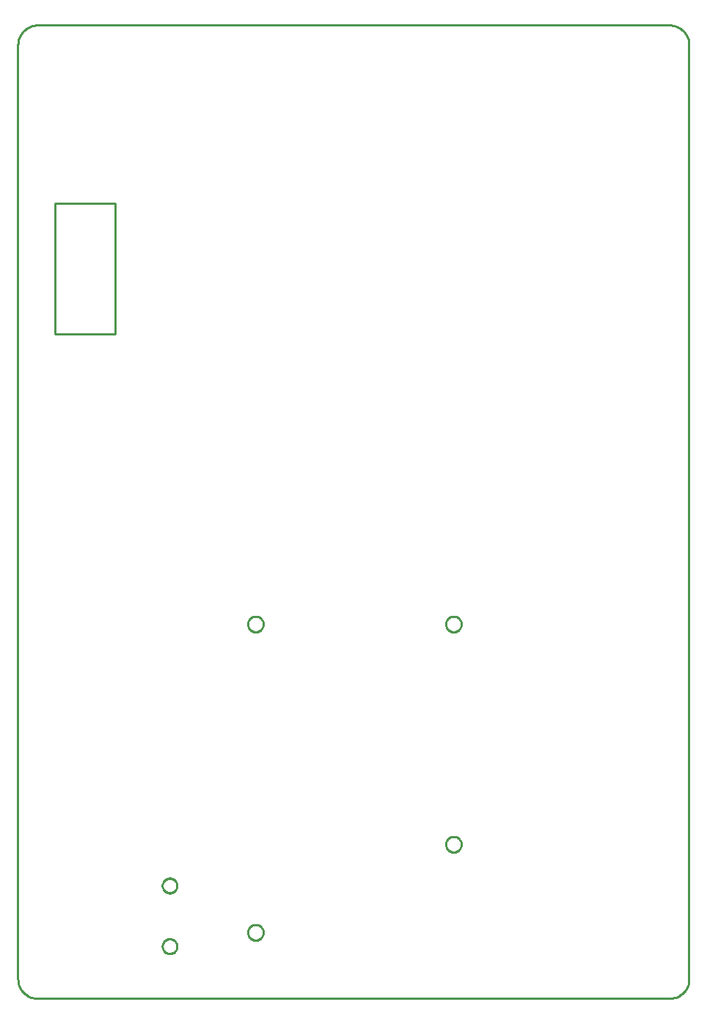
<source format=gbr>
G04 EAGLE Gerber RS-274X export*
G75*
%MOMM*%
%FSLAX34Y34*%
%LPD*%
%IN*%
%IPPOS*%
%AMOC8*
5,1,8,0,0,1.08239X$1,22.5*%
G01*
%ADD10C,0.254000*%


D10*
X-2540Y22860D02*
X-2453Y20868D01*
X-2193Y18890D01*
X-1761Y16943D01*
X-1161Y15041D01*
X-398Y13199D01*
X523Y11430D01*
X1594Y9748D01*
X2808Y8166D01*
X4156Y6696D01*
X5626Y5348D01*
X7208Y4134D01*
X8890Y3063D01*
X10659Y2142D01*
X12501Y1379D01*
X14403Y779D01*
X16350Y347D01*
X18328Y87D01*
X20320Y0D01*
X749300Y0D01*
X751292Y87D01*
X753270Y347D01*
X755217Y779D01*
X757119Y1379D01*
X758961Y2142D01*
X760730Y3063D01*
X762412Y4134D01*
X763994Y5348D01*
X765464Y6696D01*
X766812Y8166D01*
X768026Y9748D01*
X769097Y11430D01*
X770018Y13199D01*
X770781Y15041D01*
X771381Y16943D01*
X771813Y18890D01*
X772073Y20868D01*
X772160Y22860D01*
X772160Y1099820D01*
X772073Y1101812D01*
X771813Y1103790D01*
X771381Y1105737D01*
X770781Y1107639D01*
X770018Y1109481D01*
X769097Y1111250D01*
X768026Y1112932D01*
X766812Y1114514D01*
X765464Y1115984D01*
X763994Y1117332D01*
X762412Y1118546D01*
X760730Y1119617D01*
X758961Y1120538D01*
X757119Y1121301D01*
X755217Y1121901D01*
X753270Y1122333D01*
X751292Y1122593D01*
X749300Y1122680D01*
X20320Y1122680D01*
X18328Y1122593D01*
X16350Y1122333D01*
X14403Y1121901D01*
X12501Y1121301D01*
X10659Y1120538D01*
X8890Y1119617D01*
X7208Y1118546D01*
X5626Y1117332D01*
X4156Y1115984D01*
X2808Y1114514D01*
X1594Y1112932D01*
X523Y1111250D01*
X-398Y1109481D01*
X-1161Y1107639D01*
X-1761Y1105737D01*
X-2193Y1103790D01*
X-2453Y1101812D01*
X-2540Y1099820D01*
X-2540Y22860D01*
X40000Y766800D02*
X110000Y766800D01*
X110000Y916800D01*
X40000Y916800D01*
X40000Y766800D01*
X40000Y766800D02*
X110000Y766800D01*
X110000Y916800D01*
X40000Y916800D01*
X40000Y766800D01*
X499987Y186800D02*
X499204Y186732D01*
X498430Y186595D01*
X497671Y186392D01*
X496933Y186123D01*
X496220Y185791D01*
X495540Y185398D01*
X494896Y184947D01*
X494294Y184442D01*
X493738Y183886D01*
X493233Y183284D01*
X492782Y182640D01*
X492389Y181960D01*
X492057Y181247D01*
X491788Y180509D01*
X491585Y179750D01*
X491449Y178976D01*
X491380Y178193D01*
X491380Y177407D01*
X491449Y176624D01*
X491585Y175850D01*
X491788Y175091D01*
X492057Y174353D01*
X492389Y173640D01*
X492782Y172960D01*
X493233Y172316D01*
X493738Y171714D01*
X494294Y171158D01*
X494896Y170653D01*
X495540Y170202D01*
X496220Y169809D01*
X496933Y169477D01*
X497671Y169208D01*
X498430Y169005D01*
X499204Y168869D01*
X499987Y168800D01*
X500773Y168800D01*
X501556Y168869D01*
X502330Y169005D01*
X503089Y169208D01*
X503827Y169477D01*
X504540Y169809D01*
X505220Y170202D01*
X505864Y170653D01*
X506466Y171158D01*
X507022Y171714D01*
X507527Y172316D01*
X507978Y172960D01*
X508371Y173640D01*
X508703Y174353D01*
X508972Y175091D01*
X509175Y175850D01*
X509312Y176624D01*
X509380Y177407D01*
X509380Y178193D01*
X509312Y178976D01*
X509175Y179750D01*
X508972Y180509D01*
X508703Y181247D01*
X508371Y181960D01*
X507978Y182640D01*
X507527Y183284D01*
X507022Y183886D01*
X506466Y184442D01*
X505864Y184947D01*
X505220Y185398D01*
X504540Y185791D01*
X503827Y186123D01*
X503089Y186392D01*
X502330Y186595D01*
X501556Y186732D01*
X500773Y186800D01*
X499987Y186800D01*
X499987Y440800D02*
X499204Y440732D01*
X498430Y440595D01*
X497671Y440392D01*
X496933Y440123D01*
X496220Y439791D01*
X495540Y439398D01*
X494896Y438947D01*
X494294Y438442D01*
X493738Y437886D01*
X493233Y437284D01*
X492782Y436640D01*
X492389Y435960D01*
X492057Y435247D01*
X491788Y434509D01*
X491585Y433750D01*
X491449Y432976D01*
X491380Y432193D01*
X491380Y431407D01*
X491449Y430624D01*
X491585Y429850D01*
X491788Y429091D01*
X492057Y428353D01*
X492389Y427640D01*
X492782Y426960D01*
X493233Y426316D01*
X493738Y425714D01*
X494294Y425158D01*
X494896Y424653D01*
X495540Y424202D01*
X496220Y423809D01*
X496933Y423477D01*
X497671Y423208D01*
X498430Y423005D01*
X499204Y422869D01*
X499987Y422800D01*
X500773Y422800D01*
X501556Y422869D01*
X502330Y423005D01*
X503089Y423208D01*
X503827Y423477D01*
X504540Y423809D01*
X505220Y424202D01*
X505864Y424653D01*
X506466Y425158D01*
X507022Y425714D01*
X507527Y426316D01*
X507978Y426960D01*
X508371Y427640D01*
X508703Y428353D01*
X508972Y429091D01*
X509175Y429850D01*
X509312Y430624D01*
X509380Y431407D01*
X509380Y432193D01*
X509312Y432976D01*
X509175Y433750D01*
X508972Y434509D01*
X508703Y435247D01*
X508371Y435960D01*
X507978Y436640D01*
X507527Y437284D01*
X507022Y437886D01*
X506466Y438442D01*
X505864Y438947D01*
X505220Y439398D01*
X504540Y439791D01*
X503827Y440123D01*
X503089Y440392D01*
X502330Y440595D01*
X501556Y440732D01*
X500773Y440800D01*
X499987Y440800D01*
X271387Y85200D02*
X270604Y85132D01*
X269830Y84995D01*
X269071Y84792D01*
X268333Y84523D01*
X267620Y84191D01*
X266940Y83798D01*
X266296Y83347D01*
X265694Y82842D01*
X265138Y82286D01*
X264633Y81684D01*
X264182Y81040D01*
X263789Y80360D01*
X263457Y79647D01*
X263188Y78909D01*
X262985Y78150D01*
X262849Y77376D01*
X262780Y76593D01*
X262780Y75807D01*
X262849Y75024D01*
X262985Y74250D01*
X263188Y73491D01*
X263457Y72753D01*
X263789Y72040D01*
X264182Y71360D01*
X264633Y70716D01*
X265138Y70114D01*
X265694Y69558D01*
X266296Y69053D01*
X266940Y68602D01*
X267620Y68209D01*
X268333Y67877D01*
X269071Y67608D01*
X269830Y67405D01*
X270604Y67269D01*
X271387Y67200D01*
X272173Y67200D01*
X272956Y67269D01*
X273730Y67405D01*
X274489Y67608D01*
X275227Y67877D01*
X275940Y68209D01*
X276620Y68602D01*
X277264Y69053D01*
X277866Y69558D01*
X278422Y70114D01*
X278927Y70716D01*
X279378Y71360D01*
X279771Y72040D01*
X280103Y72753D01*
X280372Y73491D01*
X280575Y74250D01*
X280712Y75024D01*
X280780Y75807D01*
X280780Y76593D01*
X280712Y77376D01*
X280575Y78150D01*
X280372Y78909D01*
X280103Y79647D01*
X279771Y80360D01*
X279378Y81040D01*
X278927Y81684D01*
X278422Y82286D01*
X277866Y82842D01*
X277264Y83347D01*
X276620Y83798D01*
X275940Y84191D01*
X275227Y84523D01*
X274489Y84792D01*
X273730Y84995D01*
X272956Y85132D01*
X272173Y85200D01*
X271387Y85200D01*
X271387Y440800D02*
X270604Y440732D01*
X269830Y440595D01*
X269071Y440392D01*
X268333Y440123D01*
X267620Y439791D01*
X266940Y439398D01*
X266296Y438947D01*
X265694Y438442D01*
X265138Y437886D01*
X264633Y437284D01*
X264182Y436640D01*
X263789Y435960D01*
X263457Y435247D01*
X263188Y434509D01*
X262985Y433750D01*
X262849Y432976D01*
X262780Y432193D01*
X262780Y431407D01*
X262849Y430624D01*
X262985Y429850D01*
X263188Y429091D01*
X263457Y428353D01*
X263789Y427640D01*
X264182Y426960D01*
X264633Y426316D01*
X265138Y425714D01*
X265694Y425158D01*
X266296Y424653D01*
X266940Y424202D01*
X267620Y423809D01*
X268333Y423477D01*
X269071Y423208D01*
X269830Y423005D01*
X270604Y422869D01*
X271387Y422800D01*
X272173Y422800D01*
X272956Y422869D01*
X273730Y423005D01*
X274489Y423208D01*
X275227Y423477D01*
X275940Y423809D01*
X276620Y424202D01*
X277264Y424653D01*
X277866Y425158D01*
X278422Y425714D01*
X278927Y426316D01*
X279378Y426960D01*
X279771Y427640D01*
X280103Y428353D01*
X280372Y429091D01*
X280575Y429850D01*
X280712Y430624D01*
X280780Y431407D01*
X280780Y432193D01*
X280712Y432976D01*
X280575Y433750D01*
X280372Y434509D01*
X280103Y435247D01*
X279771Y435960D01*
X279378Y436640D01*
X278927Y437284D01*
X278422Y437886D01*
X277866Y438442D01*
X277264Y438947D01*
X276620Y439398D01*
X275940Y439791D01*
X275227Y440123D01*
X274489Y440392D01*
X273730Y440595D01*
X272956Y440732D01*
X272173Y440800D01*
X271387Y440800D01*
X172349Y68710D02*
X171609Y68645D01*
X170879Y68516D01*
X170162Y68324D01*
X169464Y68070D01*
X168791Y67757D01*
X168149Y67386D01*
X167541Y66960D01*
X166972Y66483D01*
X166447Y65958D01*
X165970Y65389D01*
X165544Y64781D01*
X165173Y64139D01*
X164860Y63466D01*
X164606Y62768D01*
X164414Y62052D01*
X164285Y61321D01*
X164220Y60581D01*
X164220Y59839D01*
X164285Y59099D01*
X164414Y58369D01*
X164606Y57652D01*
X164860Y56954D01*
X165173Y56281D01*
X165544Y55639D01*
X165970Y55031D01*
X166447Y54462D01*
X166972Y53937D01*
X167541Y53460D01*
X168149Y53034D01*
X168791Y52663D01*
X169464Y52350D01*
X170162Y52096D01*
X170879Y51904D01*
X171609Y51775D01*
X172349Y51710D01*
X173091Y51710D01*
X173831Y51775D01*
X174562Y51904D01*
X175278Y52096D01*
X175976Y52350D01*
X176649Y52663D01*
X177291Y53034D01*
X177899Y53460D01*
X178468Y53937D01*
X178993Y54462D01*
X179470Y55031D01*
X179896Y55639D01*
X180267Y56281D01*
X180580Y56954D01*
X180834Y57652D01*
X181026Y58369D01*
X181155Y59099D01*
X181220Y59839D01*
X181220Y60581D01*
X181155Y61321D01*
X181026Y62052D01*
X180834Y62768D01*
X180580Y63466D01*
X180267Y64139D01*
X179896Y64781D01*
X179470Y65389D01*
X178993Y65958D01*
X178468Y66483D01*
X177899Y66960D01*
X177291Y67386D01*
X176649Y67757D01*
X175976Y68070D01*
X175278Y68324D01*
X174562Y68516D01*
X173831Y68645D01*
X173091Y68710D01*
X172349Y68710D01*
X172349Y138710D02*
X171609Y138645D01*
X170879Y138516D01*
X170162Y138324D01*
X169464Y138070D01*
X168791Y137757D01*
X168149Y137386D01*
X167541Y136960D01*
X166972Y136483D01*
X166447Y135958D01*
X165970Y135389D01*
X165544Y134781D01*
X165173Y134139D01*
X164860Y133466D01*
X164606Y132768D01*
X164414Y132052D01*
X164285Y131321D01*
X164220Y130581D01*
X164220Y129839D01*
X164285Y129099D01*
X164414Y128369D01*
X164606Y127652D01*
X164860Y126954D01*
X165173Y126281D01*
X165544Y125639D01*
X165970Y125031D01*
X166447Y124462D01*
X166972Y123937D01*
X167541Y123460D01*
X168149Y123034D01*
X168791Y122663D01*
X169464Y122350D01*
X170162Y122096D01*
X170879Y121904D01*
X171609Y121775D01*
X172349Y121710D01*
X173091Y121710D01*
X173831Y121775D01*
X174562Y121904D01*
X175278Y122096D01*
X175976Y122350D01*
X176649Y122663D01*
X177291Y123034D01*
X177899Y123460D01*
X178468Y123937D01*
X178993Y124462D01*
X179470Y125031D01*
X179896Y125639D01*
X180267Y126281D01*
X180580Y126954D01*
X180834Y127652D01*
X181026Y128369D01*
X181155Y129099D01*
X181220Y129839D01*
X181220Y130581D01*
X181155Y131321D01*
X181026Y132052D01*
X180834Y132768D01*
X180580Y133466D01*
X180267Y134139D01*
X179896Y134781D01*
X179470Y135389D01*
X178993Y135958D01*
X178468Y136483D01*
X177899Y136960D01*
X177291Y137386D01*
X176649Y137757D01*
X175976Y138070D01*
X175278Y138324D01*
X174562Y138516D01*
X173831Y138645D01*
X173091Y138710D01*
X172349Y138710D01*
M02*

</source>
